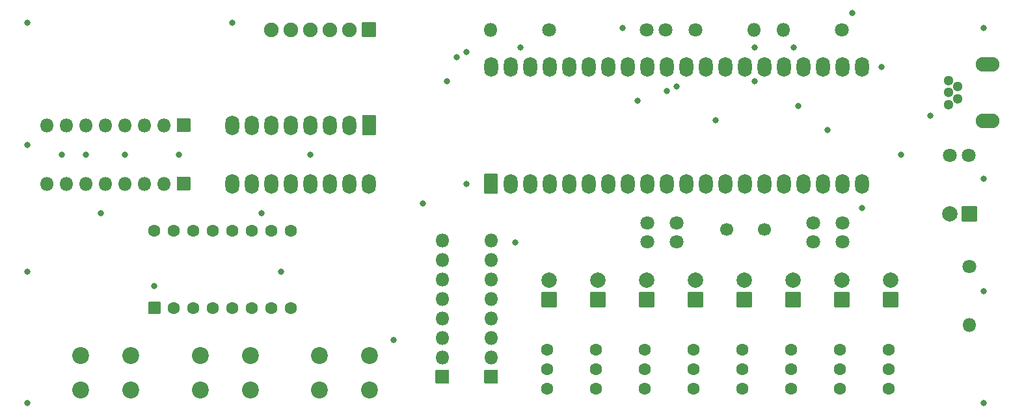
<source format=gts>
G04 #@! TF.GenerationSoftware,KiCad,Pcbnew,(5.1.12)-1*
G04 #@! TF.CreationDate,2022-05-02T17:08:21+09:00*
G04 #@! TF.ProjectId,Board_v2,426f6172-645f-4763-922e-6b696361645f,0.2.0*
G04 #@! TF.SameCoordinates,PX2faf080PY2faf080*
G04 #@! TF.FileFunction,Soldermask,Top*
G04 #@! TF.FilePolarity,Negative*
%FSLAX46Y46*%
G04 Gerber Fmt 4.6, Leading zero omitted, Abs format (unit mm)*
G04 Created by KiCad (PCBNEW (5.1.12)-1) date 2022-05-02 17:08:21*
%MOMM*%
%LPD*%
G01*
G04 APERTURE LIST*
%ADD10C,1.800000*%
%ADD11O,3.100000X1.900000*%
%ADD12C,1.300000*%
%ADD13C,1.600000*%
%ADD14C,1.700000*%
%ADD15O,1.800000X2.600000*%
%ADD16C,2.200000*%
%ADD17O,1.800000X1.800000*%
%ADD18C,2.000000*%
%ADD19O,1.900000X1.900000*%
%ADD20C,0.800000*%
G04 APERTURE END LIST*
D10*
X87160000Y-31240000D03*
X87160000Y-28740000D03*
D11*
X127650000Y-8150000D03*
X127650000Y-15450000D03*
D12*
X122600000Y-10200000D03*
X123800000Y-11000000D03*
X122600000Y-11800000D03*
X122600000Y-13400000D03*
X123800000Y-12600000D03*
D13*
X70317000Y-50331000D03*
X70317000Y-45251000D03*
X70317000Y-47791000D03*
X76667000Y-50331000D03*
X76667000Y-45251000D03*
X76667000Y-47791000D03*
X83017000Y-50331000D03*
X83017000Y-45251000D03*
X83017000Y-47791000D03*
X89367000Y-50331000D03*
X89367000Y-45251000D03*
X89367000Y-47791000D03*
X95717000Y-50331000D03*
X95717000Y-45251000D03*
X95717000Y-47791000D03*
X102067000Y-50331000D03*
X102067000Y-45251000D03*
X102067000Y-47791000D03*
X108417000Y-50331000D03*
X108417000Y-45251000D03*
X108417000Y-47791000D03*
X114767000Y-50331000D03*
X114767000Y-45251000D03*
X114767000Y-47791000D03*
D14*
X93710000Y-29630000D03*
X98590000Y-29630000D03*
D15*
X47155000Y-23660000D03*
X29375000Y-16040000D03*
X44615000Y-23660000D03*
X31915000Y-16040000D03*
X42075000Y-23660000D03*
X34455000Y-16040000D03*
X39535000Y-23660000D03*
X36995000Y-16040000D03*
X36995000Y-23660000D03*
X39535000Y-16040000D03*
X34455000Y-23660000D03*
X42075000Y-16040000D03*
X31915000Y-23660000D03*
X44615000Y-16040000D03*
X29375000Y-23660000D03*
G36*
G01*
X46355000Y-14740000D02*
X47955000Y-14740000D01*
G75*
G02*
X48055000Y-14840000I0J-100000D01*
G01*
X48055000Y-17240000D01*
G75*
G02*
X47955000Y-17340000I-100000J0D01*
G01*
X46355000Y-17340000D01*
G75*
G02*
X46255000Y-17240000I0J100000D01*
G01*
X46255000Y-14840000D01*
G75*
G02*
X46355000Y-14740000I100000J0D01*
G01*
G37*
D13*
X36995000Y-39837000D03*
X36995000Y-29837000D03*
X34455000Y-39837000D03*
X34455000Y-29837000D03*
X31915000Y-39837000D03*
X31915000Y-29837000D03*
X29375000Y-39837000D03*
X29375000Y-29837000D03*
X26835000Y-39837000D03*
X26835000Y-29837000D03*
X24295000Y-39837000D03*
X24295000Y-29837000D03*
X21755000Y-39837000D03*
X21755000Y-29837000D03*
G36*
G01*
X18415000Y-40537000D02*
X18415000Y-39137000D01*
G75*
G02*
X18515000Y-39037000I100000J0D01*
G01*
X19915000Y-39037000D01*
G75*
G02*
X20015000Y-39137000I0J-100000D01*
G01*
X20015000Y-40537000D01*
G75*
G02*
X19915000Y-40637000I-100000J0D01*
G01*
X18515000Y-40637000D01*
G75*
G02*
X18415000Y-40537000I0J100000D01*
G01*
G37*
X19215000Y-29837000D03*
D15*
X63030000Y-8420000D03*
X111290000Y-23660000D03*
X65570000Y-8420000D03*
X108750000Y-23660000D03*
X68110000Y-8420000D03*
X106210000Y-23660000D03*
X70650000Y-8420000D03*
X103670000Y-23660000D03*
X73190000Y-8420000D03*
X101130000Y-23660000D03*
X75730000Y-8420000D03*
X98590000Y-23660000D03*
X78270000Y-8420000D03*
X96050000Y-23660000D03*
X80810000Y-8420000D03*
X93510000Y-23660000D03*
X83350000Y-8420000D03*
X90970000Y-23660000D03*
X85890000Y-8420000D03*
X88430000Y-23660000D03*
X88430000Y-8420000D03*
X85890000Y-23660000D03*
X90970000Y-8420000D03*
X83350000Y-23660000D03*
X93510000Y-8420000D03*
X80810000Y-23660000D03*
X96050000Y-8420000D03*
X78270000Y-23660000D03*
X98590000Y-8420000D03*
X75730000Y-23660000D03*
X101130000Y-8420000D03*
X73190000Y-23660000D03*
X103670000Y-8420000D03*
X70650000Y-23660000D03*
X106210000Y-8420000D03*
X68110000Y-23660000D03*
X108750000Y-8420000D03*
X65570000Y-23660000D03*
X111290000Y-8420000D03*
G36*
G01*
X63830000Y-24960000D02*
X62230000Y-24960000D01*
G75*
G02*
X62130000Y-24860000I0J100000D01*
G01*
X62130000Y-22460000D01*
G75*
G02*
X62230000Y-22360000I100000J0D01*
G01*
X63830000Y-22360000D01*
G75*
G02*
X63930000Y-22460000I0J-100000D01*
G01*
X63930000Y-24860000D01*
G75*
G02*
X63830000Y-24960000I-100000J0D01*
G01*
G37*
D16*
X16111000Y-46013000D03*
X16111000Y-50513000D03*
X9611000Y-46013000D03*
X9611000Y-50513000D03*
X31732000Y-46013000D03*
X31732000Y-50513000D03*
X25232000Y-46013000D03*
X25232000Y-50513000D03*
X47226000Y-46013000D03*
X47226000Y-50513000D03*
X40726000Y-46013000D03*
X40726000Y-50513000D03*
D17*
X5245000Y-16040000D03*
X7785000Y-16040000D03*
X10325000Y-16040000D03*
X12865000Y-16040000D03*
X15405000Y-16040000D03*
X17945000Y-16040000D03*
X20485000Y-16040000D03*
G36*
G01*
X23925000Y-15240000D02*
X23925000Y-16840000D01*
G75*
G02*
X23825000Y-16940000I-100000J0D01*
G01*
X22225000Y-16940000D01*
G75*
G02*
X22125000Y-16840000I0J100000D01*
G01*
X22125000Y-15240000D01*
G75*
G02*
X22225000Y-15140000I100000J0D01*
G01*
X23825000Y-15140000D01*
G75*
G02*
X23925000Y-15240000I0J-100000D01*
G01*
G37*
X5245000Y-23660000D03*
X7785000Y-23660000D03*
X10325000Y-23660000D03*
X12865000Y-23660000D03*
X15405000Y-23660000D03*
X17945000Y-23660000D03*
X20485000Y-23660000D03*
G36*
G01*
X23925000Y-22860000D02*
X23925000Y-24460000D01*
G75*
G02*
X23825000Y-24560000I-100000J0D01*
G01*
X22225000Y-24560000D01*
G75*
G02*
X22125000Y-24460000I0J100000D01*
G01*
X22125000Y-22860000D01*
G75*
G02*
X22225000Y-22760000I100000J0D01*
G01*
X23825000Y-22760000D01*
G75*
G02*
X23925000Y-22860000I0J-100000D01*
G01*
G37*
X56680000Y-31026000D03*
X56680000Y-33566000D03*
X56680000Y-36106000D03*
X56680000Y-38646000D03*
X56680000Y-41186000D03*
X56680000Y-43726000D03*
X56680000Y-46266000D03*
G36*
G01*
X57480000Y-49706000D02*
X55880000Y-49706000D01*
G75*
G02*
X55780000Y-49606000I0J100000D01*
G01*
X55780000Y-48006000D01*
G75*
G02*
X55880000Y-47906000I100000J0D01*
G01*
X57480000Y-47906000D01*
G75*
G02*
X57580000Y-48006000I0J-100000D01*
G01*
X57580000Y-49606000D01*
G75*
G02*
X57480000Y-49706000I-100000J0D01*
G01*
G37*
X63030000Y-31026000D03*
X63030000Y-33566000D03*
X63030000Y-36106000D03*
X63030000Y-38646000D03*
X63030000Y-41186000D03*
X63030000Y-43726000D03*
X63030000Y-46266000D03*
G36*
G01*
X63830000Y-49706000D02*
X62230000Y-49706000D01*
G75*
G02*
X62130000Y-49606000I0J100000D01*
G01*
X62130000Y-48006000D01*
G75*
G02*
X62230000Y-47906000I100000J0D01*
G01*
X63830000Y-47906000D01*
G75*
G02*
X63930000Y-48006000I0J-100000D01*
G01*
X63930000Y-49606000D01*
G75*
G02*
X63830000Y-49706000I-100000J0D01*
G01*
G37*
X97241000Y-3595000D03*
D10*
X89621000Y-3595000D03*
D17*
X101051000Y-3595000D03*
D10*
X108671000Y-3595000D03*
D17*
X62951000Y-3595000D03*
D10*
X70571000Y-3595000D03*
D17*
X125260000Y-42075000D03*
D10*
X125260000Y-34455000D03*
D18*
X70571000Y-36234000D03*
G36*
G01*
X71471000Y-39774000D02*
X69671000Y-39774000D01*
G75*
G02*
X69571000Y-39674000I0J100000D01*
G01*
X69571000Y-37874000D01*
G75*
G02*
X69671000Y-37774000I100000J0D01*
G01*
X71471000Y-37774000D01*
G75*
G02*
X71571000Y-37874000I0J-100000D01*
G01*
X71571000Y-39674000D01*
G75*
G02*
X71471000Y-39774000I-100000J0D01*
G01*
G37*
X76921000Y-36234000D03*
G36*
G01*
X77821000Y-39774000D02*
X76021000Y-39774000D01*
G75*
G02*
X75921000Y-39674000I0J100000D01*
G01*
X75921000Y-37874000D01*
G75*
G02*
X76021000Y-37774000I100000J0D01*
G01*
X77821000Y-37774000D01*
G75*
G02*
X77921000Y-37874000I0J-100000D01*
G01*
X77921000Y-39674000D01*
G75*
G02*
X77821000Y-39774000I-100000J0D01*
G01*
G37*
X83271000Y-36234000D03*
G36*
G01*
X84171000Y-39774000D02*
X82371000Y-39774000D01*
G75*
G02*
X82271000Y-39674000I0J100000D01*
G01*
X82271000Y-37874000D01*
G75*
G02*
X82371000Y-37774000I100000J0D01*
G01*
X84171000Y-37774000D01*
G75*
G02*
X84271000Y-37874000I0J-100000D01*
G01*
X84271000Y-39674000D01*
G75*
G02*
X84171000Y-39774000I-100000J0D01*
G01*
G37*
X89621000Y-36234000D03*
G36*
G01*
X90521000Y-39774000D02*
X88721000Y-39774000D01*
G75*
G02*
X88621000Y-39674000I0J100000D01*
G01*
X88621000Y-37874000D01*
G75*
G02*
X88721000Y-37774000I100000J0D01*
G01*
X90521000Y-37774000D01*
G75*
G02*
X90621000Y-37874000I0J-100000D01*
G01*
X90621000Y-39674000D01*
G75*
G02*
X90521000Y-39774000I-100000J0D01*
G01*
G37*
X95971000Y-36234000D03*
G36*
G01*
X96871000Y-39774000D02*
X95071000Y-39774000D01*
G75*
G02*
X94971000Y-39674000I0J100000D01*
G01*
X94971000Y-37874000D01*
G75*
G02*
X95071000Y-37774000I100000J0D01*
G01*
X96871000Y-37774000D01*
G75*
G02*
X96971000Y-37874000I0J-100000D01*
G01*
X96971000Y-39674000D01*
G75*
G02*
X96871000Y-39774000I-100000J0D01*
G01*
G37*
X102321000Y-36234000D03*
G36*
G01*
X103221000Y-39774000D02*
X101421000Y-39774000D01*
G75*
G02*
X101321000Y-39674000I0J100000D01*
G01*
X101321000Y-37874000D01*
G75*
G02*
X101421000Y-37774000I100000J0D01*
G01*
X103221000Y-37774000D01*
G75*
G02*
X103321000Y-37874000I0J-100000D01*
G01*
X103321000Y-39674000D01*
G75*
G02*
X103221000Y-39774000I-100000J0D01*
G01*
G37*
X108671000Y-36234000D03*
G36*
G01*
X109571000Y-39774000D02*
X107771000Y-39774000D01*
G75*
G02*
X107671000Y-39674000I0J100000D01*
G01*
X107671000Y-37874000D01*
G75*
G02*
X107771000Y-37774000I100000J0D01*
G01*
X109571000Y-37774000D01*
G75*
G02*
X109671000Y-37874000I0J-100000D01*
G01*
X109671000Y-39674000D01*
G75*
G02*
X109571000Y-39774000I-100000J0D01*
G01*
G37*
X115021000Y-36234000D03*
G36*
G01*
X115921000Y-39774000D02*
X114121000Y-39774000D01*
G75*
G02*
X114021000Y-39674000I0J100000D01*
G01*
X114021000Y-37874000D01*
G75*
G02*
X114121000Y-37774000I100000J0D01*
G01*
X115921000Y-37774000D01*
G75*
G02*
X116021000Y-37874000I0J-100000D01*
G01*
X116021000Y-39674000D01*
G75*
G02*
X115921000Y-39774000I-100000J0D01*
G01*
G37*
X122720000Y-27598000D03*
G36*
G01*
X126260000Y-26698000D02*
X126260000Y-28498000D01*
G75*
G02*
X126160000Y-28598000I-100000J0D01*
G01*
X124360000Y-28598000D01*
G75*
G02*
X124260000Y-28498000I0J100000D01*
G01*
X124260000Y-26698000D01*
G75*
G02*
X124360000Y-26598000I100000J0D01*
G01*
X126160000Y-26598000D01*
G75*
G02*
X126260000Y-26698000I0J-100000D01*
G01*
G37*
D19*
X34455000Y-3594000D03*
X36995000Y-3594000D03*
X39535000Y-3594000D03*
X42075000Y-3594000D03*
X44615000Y-3594000D03*
G36*
G01*
X46305000Y-2644000D02*
X48005000Y-2644000D01*
G75*
G02*
X48105000Y-2744000I0J-100000D01*
G01*
X48105000Y-4444000D01*
G75*
G02*
X48005000Y-4544000I-100000J0D01*
G01*
X46305000Y-4544000D01*
G75*
G02*
X46205000Y-4444000I0J100000D01*
G01*
X46205000Y-2744000D01*
G75*
G02*
X46305000Y-2644000I100000J0D01*
G01*
G37*
D10*
X108750000Y-31240000D03*
X108750000Y-28740000D03*
X104940000Y-28740000D03*
X104940000Y-31240000D03*
X85771000Y-3595000D03*
X83271000Y-3595000D03*
X83350000Y-31240000D03*
X83350000Y-28740000D03*
X125220000Y-19978000D03*
X122720000Y-19978000D03*
D20*
X10325000Y-19850000D03*
X15405000Y-19850000D03*
X2705000Y-2705000D03*
X2705000Y-52235000D03*
X127165000Y-52235000D03*
X127165000Y-3340000D03*
X97320000Y-5880000D03*
X80175000Y-3340000D03*
X92240000Y-15405000D03*
X97320000Y-10325000D03*
X103035000Y-13500000D03*
X22390000Y-19850000D03*
X7150000Y-19850000D03*
X2705000Y-18580000D03*
X2705000Y-35090000D03*
X12230000Y-27470000D03*
X19215000Y-36995000D03*
X33185000Y-27470000D03*
X39535000Y-19850000D03*
X29375000Y-2705000D03*
X35725000Y-35090000D03*
X57315000Y-10325000D03*
X66205000Y-31280000D03*
X82080000Y-12865000D03*
X59855000Y-23660000D03*
X120180000Y-14770000D03*
X102400000Y-5880000D03*
X127165000Y-37630000D03*
X127165000Y-23025000D03*
X106845000Y-16675000D03*
X111290000Y-26835000D03*
X116370000Y-19850000D03*
X50330000Y-43980000D03*
X113830000Y-8420000D03*
X66840000Y-5880000D03*
X110020000Y-1435000D03*
X58585000Y-7150000D03*
X59855000Y-6515000D03*
X54140000Y-26200000D03*
X87160000Y-10960000D03*
X85890000Y-11595000D03*
M02*

</source>
